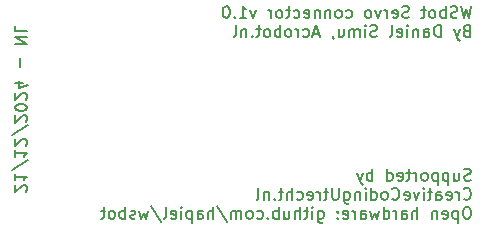
<source format=gbr>
%TF.GenerationSoftware,KiCad,Pcbnew,7.0.7*%
%TF.CreationDate,2024-12-21T21:28:54+01:00*%
%TF.ProjectId,servo_board,73657276-6f5f-4626-9f61-72642e6b6963,1.0*%
%TF.SameCoordinates,Original*%
%TF.FileFunction,Legend,Bot*%
%TF.FilePolarity,Positive*%
%FSLAX46Y46*%
G04 Gerber Fmt 4.6, Leading zero omitted, Abs format (unit mm)*
G04 Created by KiCad (PCBNEW 7.0.7) date 2024-12-21 21:28:54*
%MOMM*%
%LPD*%
G01*
G04 APERTURE LIST*
%ADD10C,0.150000*%
G04 APERTURE END LIST*
D10*
X115758458Y-52259819D02*
X115520363Y-53259819D01*
X115520363Y-53259819D02*
X115329887Y-52545533D01*
X115329887Y-52545533D02*
X115139411Y-53259819D01*
X115139411Y-53259819D02*
X114901316Y-52259819D01*
X114567982Y-53212200D02*
X114425125Y-53259819D01*
X114425125Y-53259819D02*
X114187030Y-53259819D01*
X114187030Y-53259819D02*
X114091792Y-53212200D01*
X114091792Y-53212200D02*
X114044173Y-53164580D01*
X114044173Y-53164580D02*
X113996554Y-53069342D01*
X113996554Y-53069342D02*
X113996554Y-52974104D01*
X113996554Y-52974104D02*
X114044173Y-52878866D01*
X114044173Y-52878866D02*
X114091792Y-52831247D01*
X114091792Y-52831247D02*
X114187030Y-52783628D01*
X114187030Y-52783628D02*
X114377506Y-52736009D01*
X114377506Y-52736009D02*
X114472744Y-52688390D01*
X114472744Y-52688390D02*
X114520363Y-52640771D01*
X114520363Y-52640771D02*
X114567982Y-52545533D01*
X114567982Y-52545533D02*
X114567982Y-52450295D01*
X114567982Y-52450295D02*
X114520363Y-52355057D01*
X114520363Y-52355057D02*
X114472744Y-52307438D01*
X114472744Y-52307438D02*
X114377506Y-52259819D01*
X114377506Y-52259819D02*
X114139411Y-52259819D01*
X114139411Y-52259819D02*
X113996554Y-52307438D01*
X113567982Y-53259819D02*
X113567982Y-52259819D01*
X113567982Y-52640771D02*
X113472744Y-52593152D01*
X113472744Y-52593152D02*
X113282268Y-52593152D01*
X113282268Y-52593152D02*
X113187030Y-52640771D01*
X113187030Y-52640771D02*
X113139411Y-52688390D01*
X113139411Y-52688390D02*
X113091792Y-52783628D01*
X113091792Y-52783628D02*
X113091792Y-53069342D01*
X113091792Y-53069342D02*
X113139411Y-53164580D01*
X113139411Y-53164580D02*
X113187030Y-53212200D01*
X113187030Y-53212200D02*
X113282268Y-53259819D01*
X113282268Y-53259819D02*
X113472744Y-53259819D01*
X113472744Y-53259819D02*
X113567982Y-53212200D01*
X112520363Y-53259819D02*
X112615601Y-53212200D01*
X112615601Y-53212200D02*
X112663220Y-53164580D01*
X112663220Y-53164580D02*
X112710839Y-53069342D01*
X112710839Y-53069342D02*
X112710839Y-52783628D01*
X112710839Y-52783628D02*
X112663220Y-52688390D01*
X112663220Y-52688390D02*
X112615601Y-52640771D01*
X112615601Y-52640771D02*
X112520363Y-52593152D01*
X112520363Y-52593152D02*
X112377506Y-52593152D01*
X112377506Y-52593152D02*
X112282268Y-52640771D01*
X112282268Y-52640771D02*
X112234649Y-52688390D01*
X112234649Y-52688390D02*
X112187030Y-52783628D01*
X112187030Y-52783628D02*
X112187030Y-53069342D01*
X112187030Y-53069342D02*
X112234649Y-53164580D01*
X112234649Y-53164580D02*
X112282268Y-53212200D01*
X112282268Y-53212200D02*
X112377506Y-53259819D01*
X112377506Y-53259819D02*
X112520363Y-53259819D01*
X111901315Y-52593152D02*
X111520363Y-52593152D01*
X111758458Y-52259819D02*
X111758458Y-53116961D01*
X111758458Y-53116961D02*
X111710839Y-53212200D01*
X111710839Y-53212200D02*
X111615601Y-53259819D01*
X111615601Y-53259819D02*
X111520363Y-53259819D01*
X110472743Y-53212200D02*
X110329886Y-53259819D01*
X110329886Y-53259819D02*
X110091791Y-53259819D01*
X110091791Y-53259819D02*
X109996553Y-53212200D01*
X109996553Y-53212200D02*
X109948934Y-53164580D01*
X109948934Y-53164580D02*
X109901315Y-53069342D01*
X109901315Y-53069342D02*
X109901315Y-52974104D01*
X109901315Y-52974104D02*
X109948934Y-52878866D01*
X109948934Y-52878866D02*
X109996553Y-52831247D01*
X109996553Y-52831247D02*
X110091791Y-52783628D01*
X110091791Y-52783628D02*
X110282267Y-52736009D01*
X110282267Y-52736009D02*
X110377505Y-52688390D01*
X110377505Y-52688390D02*
X110425124Y-52640771D01*
X110425124Y-52640771D02*
X110472743Y-52545533D01*
X110472743Y-52545533D02*
X110472743Y-52450295D01*
X110472743Y-52450295D02*
X110425124Y-52355057D01*
X110425124Y-52355057D02*
X110377505Y-52307438D01*
X110377505Y-52307438D02*
X110282267Y-52259819D01*
X110282267Y-52259819D02*
X110044172Y-52259819D01*
X110044172Y-52259819D02*
X109901315Y-52307438D01*
X109091791Y-53212200D02*
X109187029Y-53259819D01*
X109187029Y-53259819D02*
X109377505Y-53259819D01*
X109377505Y-53259819D02*
X109472743Y-53212200D01*
X109472743Y-53212200D02*
X109520362Y-53116961D01*
X109520362Y-53116961D02*
X109520362Y-52736009D01*
X109520362Y-52736009D02*
X109472743Y-52640771D01*
X109472743Y-52640771D02*
X109377505Y-52593152D01*
X109377505Y-52593152D02*
X109187029Y-52593152D01*
X109187029Y-52593152D02*
X109091791Y-52640771D01*
X109091791Y-52640771D02*
X109044172Y-52736009D01*
X109044172Y-52736009D02*
X109044172Y-52831247D01*
X109044172Y-52831247D02*
X109520362Y-52926485D01*
X108615600Y-53259819D02*
X108615600Y-52593152D01*
X108615600Y-52783628D02*
X108567981Y-52688390D01*
X108567981Y-52688390D02*
X108520362Y-52640771D01*
X108520362Y-52640771D02*
X108425124Y-52593152D01*
X108425124Y-52593152D02*
X108329886Y-52593152D01*
X108091790Y-52593152D02*
X107853695Y-53259819D01*
X107853695Y-53259819D02*
X107615600Y-52593152D01*
X107091790Y-53259819D02*
X107187028Y-53212200D01*
X107187028Y-53212200D02*
X107234647Y-53164580D01*
X107234647Y-53164580D02*
X107282266Y-53069342D01*
X107282266Y-53069342D02*
X107282266Y-52783628D01*
X107282266Y-52783628D02*
X107234647Y-52688390D01*
X107234647Y-52688390D02*
X107187028Y-52640771D01*
X107187028Y-52640771D02*
X107091790Y-52593152D01*
X107091790Y-52593152D02*
X106948933Y-52593152D01*
X106948933Y-52593152D02*
X106853695Y-52640771D01*
X106853695Y-52640771D02*
X106806076Y-52688390D01*
X106806076Y-52688390D02*
X106758457Y-52783628D01*
X106758457Y-52783628D02*
X106758457Y-53069342D01*
X106758457Y-53069342D02*
X106806076Y-53164580D01*
X106806076Y-53164580D02*
X106853695Y-53212200D01*
X106853695Y-53212200D02*
X106948933Y-53259819D01*
X106948933Y-53259819D02*
X107091790Y-53259819D01*
X105139409Y-53212200D02*
X105234647Y-53259819D01*
X105234647Y-53259819D02*
X105425123Y-53259819D01*
X105425123Y-53259819D02*
X105520361Y-53212200D01*
X105520361Y-53212200D02*
X105567980Y-53164580D01*
X105567980Y-53164580D02*
X105615599Y-53069342D01*
X105615599Y-53069342D02*
X105615599Y-52783628D01*
X105615599Y-52783628D02*
X105567980Y-52688390D01*
X105567980Y-52688390D02*
X105520361Y-52640771D01*
X105520361Y-52640771D02*
X105425123Y-52593152D01*
X105425123Y-52593152D02*
X105234647Y-52593152D01*
X105234647Y-52593152D02*
X105139409Y-52640771D01*
X104567980Y-53259819D02*
X104663218Y-53212200D01*
X104663218Y-53212200D02*
X104710837Y-53164580D01*
X104710837Y-53164580D02*
X104758456Y-53069342D01*
X104758456Y-53069342D02*
X104758456Y-52783628D01*
X104758456Y-52783628D02*
X104710837Y-52688390D01*
X104710837Y-52688390D02*
X104663218Y-52640771D01*
X104663218Y-52640771D02*
X104567980Y-52593152D01*
X104567980Y-52593152D02*
X104425123Y-52593152D01*
X104425123Y-52593152D02*
X104329885Y-52640771D01*
X104329885Y-52640771D02*
X104282266Y-52688390D01*
X104282266Y-52688390D02*
X104234647Y-52783628D01*
X104234647Y-52783628D02*
X104234647Y-53069342D01*
X104234647Y-53069342D02*
X104282266Y-53164580D01*
X104282266Y-53164580D02*
X104329885Y-53212200D01*
X104329885Y-53212200D02*
X104425123Y-53259819D01*
X104425123Y-53259819D02*
X104567980Y-53259819D01*
X103806075Y-52593152D02*
X103806075Y-53259819D01*
X103806075Y-52688390D02*
X103758456Y-52640771D01*
X103758456Y-52640771D02*
X103663218Y-52593152D01*
X103663218Y-52593152D02*
X103520361Y-52593152D01*
X103520361Y-52593152D02*
X103425123Y-52640771D01*
X103425123Y-52640771D02*
X103377504Y-52736009D01*
X103377504Y-52736009D02*
X103377504Y-53259819D01*
X102901313Y-52593152D02*
X102901313Y-53259819D01*
X102901313Y-52688390D02*
X102853694Y-52640771D01*
X102853694Y-52640771D02*
X102758456Y-52593152D01*
X102758456Y-52593152D02*
X102615599Y-52593152D01*
X102615599Y-52593152D02*
X102520361Y-52640771D01*
X102520361Y-52640771D02*
X102472742Y-52736009D01*
X102472742Y-52736009D02*
X102472742Y-53259819D01*
X101615599Y-53212200D02*
X101710837Y-53259819D01*
X101710837Y-53259819D02*
X101901313Y-53259819D01*
X101901313Y-53259819D02*
X101996551Y-53212200D01*
X101996551Y-53212200D02*
X102044170Y-53116961D01*
X102044170Y-53116961D02*
X102044170Y-52736009D01*
X102044170Y-52736009D02*
X101996551Y-52640771D01*
X101996551Y-52640771D02*
X101901313Y-52593152D01*
X101901313Y-52593152D02*
X101710837Y-52593152D01*
X101710837Y-52593152D02*
X101615599Y-52640771D01*
X101615599Y-52640771D02*
X101567980Y-52736009D01*
X101567980Y-52736009D02*
X101567980Y-52831247D01*
X101567980Y-52831247D02*
X102044170Y-52926485D01*
X100710837Y-53212200D02*
X100806075Y-53259819D01*
X100806075Y-53259819D02*
X100996551Y-53259819D01*
X100996551Y-53259819D02*
X101091789Y-53212200D01*
X101091789Y-53212200D02*
X101139408Y-53164580D01*
X101139408Y-53164580D02*
X101187027Y-53069342D01*
X101187027Y-53069342D02*
X101187027Y-52783628D01*
X101187027Y-52783628D02*
X101139408Y-52688390D01*
X101139408Y-52688390D02*
X101091789Y-52640771D01*
X101091789Y-52640771D02*
X100996551Y-52593152D01*
X100996551Y-52593152D02*
X100806075Y-52593152D01*
X100806075Y-52593152D02*
X100710837Y-52640771D01*
X100425122Y-52593152D02*
X100044170Y-52593152D01*
X100282265Y-52259819D02*
X100282265Y-53116961D01*
X100282265Y-53116961D02*
X100234646Y-53212200D01*
X100234646Y-53212200D02*
X100139408Y-53259819D01*
X100139408Y-53259819D02*
X100044170Y-53259819D01*
X99567979Y-53259819D02*
X99663217Y-53212200D01*
X99663217Y-53212200D02*
X99710836Y-53164580D01*
X99710836Y-53164580D02*
X99758455Y-53069342D01*
X99758455Y-53069342D02*
X99758455Y-52783628D01*
X99758455Y-52783628D02*
X99710836Y-52688390D01*
X99710836Y-52688390D02*
X99663217Y-52640771D01*
X99663217Y-52640771D02*
X99567979Y-52593152D01*
X99567979Y-52593152D02*
X99425122Y-52593152D01*
X99425122Y-52593152D02*
X99329884Y-52640771D01*
X99329884Y-52640771D02*
X99282265Y-52688390D01*
X99282265Y-52688390D02*
X99234646Y-52783628D01*
X99234646Y-52783628D02*
X99234646Y-53069342D01*
X99234646Y-53069342D02*
X99282265Y-53164580D01*
X99282265Y-53164580D02*
X99329884Y-53212200D01*
X99329884Y-53212200D02*
X99425122Y-53259819D01*
X99425122Y-53259819D02*
X99567979Y-53259819D01*
X98806074Y-53259819D02*
X98806074Y-52593152D01*
X98806074Y-52783628D02*
X98758455Y-52688390D01*
X98758455Y-52688390D02*
X98710836Y-52640771D01*
X98710836Y-52640771D02*
X98615598Y-52593152D01*
X98615598Y-52593152D02*
X98520360Y-52593152D01*
X97520359Y-52593152D02*
X97282264Y-53259819D01*
X97282264Y-53259819D02*
X97044169Y-52593152D01*
X96139407Y-53259819D02*
X96710835Y-53259819D01*
X96425121Y-53259819D02*
X96425121Y-52259819D01*
X96425121Y-52259819D02*
X96520359Y-52402676D01*
X96520359Y-52402676D02*
X96615597Y-52497914D01*
X96615597Y-52497914D02*
X96710835Y-52545533D01*
X95710835Y-53164580D02*
X95663216Y-53212200D01*
X95663216Y-53212200D02*
X95710835Y-53259819D01*
X95710835Y-53259819D02*
X95758454Y-53212200D01*
X95758454Y-53212200D02*
X95710835Y-53164580D01*
X95710835Y-53164580D02*
X95710835Y-53259819D01*
X95044169Y-52259819D02*
X94948931Y-52259819D01*
X94948931Y-52259819D02*
X94853693Y-52307438D01*
X94853693Y-52307438D02*
X94806074Y-52355057D01*
X94806074Y-52355057D02*
X94758455Y-52450295D01*
X94758455Y-52450295D02*
X94710836Y-52640771D01*
X94710836Y-52640771D02*
X94710836Y-52878866D01*
X94710836Y-52878866D02*
X94758455Y-53069342D01*
X94758455Y-53069342D02*
X94806074Y-53164580D01*
X94806074Y-53164580D02*
X94853693Y-53212200D01*
X94853693Y-53212200D02*
X94948931Y-53259819D01*
X94948931Y-53259819D02*
X95044169Y-53259819D01*
X95044169Y-53259819D02*
X95139407Y-53212200D01*
X95139407Y-53212200D02*
X95187026Y-53164580D01*
X95187026Y-53164580D02*
X95234645Y-53069342D01*
X95234645Y-53069342D02*
X95282264Y-52878866D01*
X95282264Y-52878866D02*
X95282264Y-52640771D01*
X95282264Y-52640771D02*
X95234645Y-52450295D01*
X95234645Y-52450295D02*
X95187026Y-52355057D01*
X95187026Y-52355057D02*
X95139407Y-52307438D01*
X95139407Y-52307438D02*
X95044169Y-52259819D01*
X115329887Y-54346009D02*
X115187030Y-54393628D01*
X115187030Y-54393628D02*
X115139411Y-54441247D01*
X115139411Y-54441247D02*
X115091792Y-54536485D01*
X115091792Y-54536485D02*
X115091792Y-54679342D01*
X115091792Y-54679342D02*
X115139411Y-54774580D01*
X115139411Y-54774580D02*
X115187030Y-54822200D01*
X115187030Y-54822200D02*
X115282268Y-54869819D01*
X115282268Y-54869819D02*
X115663220Y-54869819D01*
X115663220Y-54869819D02*
X115663220Y-53869819D01*
X115663220Y-53869819D02*
X115329887Y-53869819D01*
X115329887Y-53869819D02*
X115234649Y-53917438D01*
X115234649Y-53917438D02*
X115187030Y-53965057D01*
X115187030Y-53965057D02*
X115139411Y-54060295D01*
X115139411Y-54060295D02*
X115139411Y-54155533D01*
X115139411Y-54155533D02*
X115187030Y-54250771D01*
X115187030Y-54250771D02*
X115234649Y-54298390D01*
X115234649Y-54298390D02*
X115329887Y-54346009D01*
X115329887Y-54346009D02*
X115663220Y-54346009D01*
X114758458Y-54203152D02*
X114520363Y-54869819D01*
X114282268Y-54203152D02*
X114520363Y-54869819D01*
X114520363Y-54869819D02*
X114615601Y-55107914D01*
X114615601Y-55107914D02*
X114663220Y-55155533D01*
X114663220Y-55155533D02*
X114758458Y-55203152D01*
X113139410Y-54869819D02*
X113139410Y-53869819D01*
X113139410Y-53869819D02*
X112901315Y-53869819D01*
X112901315Y-53869819D02*
X112758458Y-53917438D01*
X112758458Y-53917438D02*
X112663220Y-54012676D01*
X112663220Y-54012676D02*
X112615601Y-54107914D01*
X112615601Y-54107914D02*
X112567982Y-54298390D01*
X112567982Y-54298390D02*
X112567982Y-54441247D01*
X112567982Y-54441247D02*
X112615601Y-54631723D01*
X112615601Y-54631723D02*
X112663220Y-54726961D01*
X112663220Y-54726961D02*
X112758458Y-54822200D01*
X112758458Y-54822200D02*
X112901315Y-54869819D01*
X112901315Y-54869819D02*
X113139410Y-54869819D01*
X111710839Y-54869819D02*
X111710839Y-54346009D01*
X111710839Y-54346009D02*
X111758458Y-54250771D01*
X111758458Y-54250771D02*
X111853696Y-54203152D01*
X111853696Y-54203152D02*
X112044172Y-54203152D01*
X112044172Y-54203152D02*
X112139410Y-54250771D01*
X111710839Y-54822200D02*
X111806077Y-54869819D01*
X111806077Y-54869819D02*
X112044172Y-54869819D01*
X112044172Y-54869819D02*
X112139410Y-54822200D01*
X112139410Y-54822200D02*
X112187029Y-54726961D01*
X112187029Y-54726961D02*
X112187029Y-54631723D01*
X112187029Y-54631723D02*
X112139410Y-54536485D01*
X112139410Y-54536485D02*
X112044172Y-54488866D01*
X112044172Y-54488866D02*
X111806077Y-54488866D01*
X111806077Y-54488866D02*
X111710839Y-54441247D01*
X111234648Y-54203152D02*
X111234648Y-54869819D01*
X111234648Y-54298390D02*
X111187029Y-54250771D01*
X111187029Y-54250771D02*
X111091791Y-54203152D01*
X111091791Y-54203152D02*
X110948934Y-54203152D01*
X110948934Y-54203152D02*
X110853696Y-54250771D01*
X110853696Y-54250771D02*
X110806077Y-54346009D01*
X110806077Y-54346009D02*
X110806077Y-54869819D01*
X110329886Y-54869819D02*
X110329886Y-54203152D01*
X110329886Y-53869819D02*
X110377505Y-53917438D01*
X110377505Y-53917438D02*
X110329886Y-53965057D01*
X110329886Y-53965057D02*
X110282267Y-53917438D01*
X110282267Y-53917438D02*
X110329886Y-53869819D01*
X110329886Y-53869819D02*
X110329886Y-53965057D01*
X109472744Y-54822200D02*
X109567982Y-54869819D01*
X109567982Y-54869819D02*
X109758458Y-54869819D01*
X109758458Y-54869819D02*
X109853696Y-54822200D01*
X109853696Y-54822200D02*
X109901315Y-54726961D01*
X109901315Y-54726961D02*
X109901315Y-54346009D01*
X109901315Y-54346009D02*
X109853696Y-54250771D01*
X109853696Y-54250771D02*
X109758458Y-54203152D01*
X109758458Y-54203152D02*
X109567982Y-54203152D01*
X109567982Y-54203152D02*
X109472744Y-54250771D01*
X109472744Y-54250771D02*
X109425125Y-54346009D01*
X109425125Y-54346009D02*
X109425125Y-54441247D01*
X109425125Y-54441247D02*
X109901315Y-54536485D01*
X108853696Y-54869819D02*
X108948934Y-54822200D01*
X108948934Y-54822200D02*
X108996553Y-54726961D01*
X108996553Y-54726961D02*
X108996553Y-53869819D01*
X107758457Y-54822200D02*
X107615600Y-54869819D01*
X107615600Y-54869819D02*
X107377505Y-54869819D01*
X107377505Y-54869819D02*
X107282267Y-54822200D01*
X107282267Y-54822200D02*
X107234648Y-54774580D01*
X107234648Y-54774580D02*
X107187029Y-54679342D01*
X107187029Y-54679342D02*
X107187029Y-54584104D01*
X107187029Y-54584104D02*
X107234648Y-54488866D01*
X107234648Y-54488866D02*
X107282267Y-54441247D01*
X107282267Y-54441247D02*
X107377505Y-54393628D01*
X107377505Y-54393628D02*
X107567981Y-54346009D01*
X107567981Y-54346009D02*
X107663219Y-54298390D01*
X107663219Y-54298390D02*
X107710838Y-54250771D01*
X107710838Y-54250771D02*
X107758457Y-54155533D01*
X107758457Y-54155533D02*
X107758457Y-54060295D01*
X107758457Y-54060295D02*
X107710838Y-53965057D01*
X107710838Y-53965057D02*
X107663219Y-53917438D01*
X107663219Y-53917438D02*
X107567981Y-53869819D01*
X107567981Y-53869819D02*
X107329886Y-53869819D01*
X107329886Y-53869819D02*
X107187029Y-53917438D01*
X106758457Y-54869819D02*
X106758457Y-54203152D01*
X106758457Y-53869819D02*
X106806076Y-53917438D01*
X106806076Y-53917438D02*
X106758457Y-53965057D01*
X106758457Y-53965057D02*
X106710838Y-53917438D01*
X106710838Y-53917438D02*
X106758457Y-53869819D01*
X106758457Y-53869819D02*
X106758457Y-53965057D01*
X106282267Y-54869819D02*
X106282267Y-54203152D01*
X106282267Y-54298390D02*
X106234648Y-54250771D01*
X106234648Y-54250771D02*
X106139410Y-54203152D01*
X106139410Y-54203152D02*
X105996553Y-54203152D01*
X105996553Y-54203152D02*
X105901315Y-54250771D01*
X105901315Y-54250771D02*
X105853696Y-54346009D01*
X105853696Y-54346009D02*
X105853696Y-54869819D01*
X105853696Y-54346009D02*
X105806077Y-54250771D01*
X105806077Y-54250771D02*
X105710839Y-54203152D01*
X105710839Y-54203152D02*
X105567982Y-54203152D01*
X105567982Y-54203152D02*
X105472743Y-54250771D01*
X105472743Y-54250771D02*
X105425124Y-54346009D01*
X105425124Y-54346009D02*
X105425124Y-54869819D01*
X104520363Y-54203152D02*
X104520363Y-54869819D01*
X104948934Y-54203152D02*
X104948934Y-54726961D01*
X104948934Y-54726961D02*
X104901315Y-54822200D01*
X104901315Y-54822200D02*
X104806077Y-54869819D01*
X104806077Y-54869819D02*
X104663220Y-54869819D01*
X104663220Y-54869819D02*
X104567982Y-54822200D01*
X104567982Y-54822200D02*
X104520363Y-54774580D01*
X103996553Y-54822200D02*
X103996553Y-54869819D01*
X103996553Y-54869819D02*
X104044172Y-54965057D01*
X104044172Y-54965057D02*
X104091791Y-55012676D01*
X102853696Y-54584104D02*
X102377506Y-54584104D01*
X102948934Y-54869819D02*
X102615601Y-53869819D01*
X102615601Y-53869819D02*
X102282268Y-54869819D01*
X101520363Y-54822200D02*
X101615601Y-54869819D01*
X101615601Y-54869819D02*
X101806077Y-54869819D01*
X101806077Y-54869819D02*
X101901315Y-54822200D01*
X101901315Y-54822200D02*
X101948934Y-54774580D01*
X101948934Y-54774580D02*
X101996553Y-54679342D01*
X101996553Y-54679342D02*
X101996553Y-54393628D01*
X101996553Y-54393628D02*
X101948934Y-54298390D01*
X101948934Y-54298390D02*
X101901315Y-54250771D01*
X101901315Y-54250771D02*
X101806077Y-54203152D01*
X101806077Y-54203152D02*
X101615601Y-54203152D01*
X101615601Y-54203152D02*
X101520363Y-54250771D01*
X101091791Y-54869819D02*
X101091791Y-54203152D01*
X101091791Y-54393628D02*
X101044172Y-54298390D01*
X101044172Y-54298390D02*
X100996553Y-54250771D01*
X100996553Y-54250771D02*
X100901315Y-54203152D01*
X100901315Y-54203152D02*
X100806077Y-54203152D01*
X100329886Y-54869819D02*
X100425124Y-54822200D01*
X100425124Y-54822200D02*
X100472743Y-54774580D01*
X100472743Y-54774580D02*
X100520362Y-54679342D01*
X100520362Y-54679342D02*
X100520362Y-54393628D01*
X100520362Y-54393628D02*
X100472743Y-54298390D01*
X100472743Y-54298390D02*
X100425124Y-54250771D01*
X100425124Y-54250771D02*
X100329886Y-54203152D01*
X100329886Y-54203152D02*
X100187029Y-54203152D01*
X100187029Y-54203152D02*
X100091791Y-54250771D01*
X100091791Y-54250771D02*
X100044172Y-54298390D01*
X100044172Y-54298390D02*
X99996553Y-54393628D01*
X99996553Y-54393628D02*
X99996553Y-54679342D01*
X99996553Y-54679342D02*
X100044172Y-54774580D01*
X100044172Y-54774580D02*
X100091791Y-54822200D01*
X100091791Y-54822200D02*
X100187029Y-54869819D01*
X100187029Y-54869819D02*
X100329886Y-54869819D01*
X99567981Y-54869819D02*
X99567981Y-53869819D01*
X99567981Y-54250771D02*
X99472743Y-54203152D01*
X99472743Y-54203152D02*
X99282267Y-54203152D01*
X99282267Y-54203152D02*
X99187029Y-54250771D01*
X99187029Y-54250771D02*
X99139410Y-54298390D01*
X99139410Y-54298390D02*
X99091791Y-54393628D01*
X99091791Y-54393628D02*
X99091791Y-54679342D01*
X99091791Y-54679342D02*
X99139410Y-54774580D01*
X99139410Y-54774580D02*
X99187029Y-54822200D01*
X99187029Y-54822200D02*
X99282267Y-54869819D01*
X99282267Y-54869819D02*
X99472743Y-54869819D01*
X99472743Y-54869819D02*
X99567981Y-54822200D01*
X98520362Y-54869819D02*
X98615600Y-54822200D01*
X98615600Y-54822200D02*
X98663219Y-54774580D01*
X98663219Y-54774580D02*
X98710838Y-54679342D01*
X98710838Y-54679342D02*
X98710838Y-54393628D01*
X98710838Y-54393628D02*
X98663219Y-54298390D01*
X98663219Y-54298390D02*
X98615600Y-54250771D01*
X98615600Y-54250771D02*
X98520362Y-54203152D01*
X98520362Y-54203152D02*
X98377505Y-54203152D01*
X98377505Y-54203152D02*
X98282267Y-54250771D01*
X98282267Y-54250771D02*
X98234648Y-54298390D01*
X98234648Y-54298390D02*
X98187029Y-54393628D01*
X98187029Y-54393628D02*
X98187029Y-54679342D01*
X98187029Y-54679342D02*
X98234648Y-54774580D01*
X98234648Y-54774580D02*
X98282267Y-54822200D01*
X98282267Y-54822200D02*
X98377505Y-54869819D01*
X98377505Y-54869819D02*
X98520362Y-54869819D01*
X97901314Y-54203152D02*
X97520362Y-54203152D01*
X97758457Y-53869819D02*
X97758457Y-54726961D01*
X97758457Y-54726961D02*
X97710838Y-54822200D01*
X97710838Y-54822200D02*
X97615600Y-54869819D01*
X97615600Y-54869819D02*
X97520362Y-54869819D01*
X97187028Y-54774580D02*
X97139409Y-54822200D01*
X97139409Y-54822200D02*
X97187028Y-54869819D01*
X97187028Y-54869819D02*
X97234647Y-54822200D01*
X97234647Y-54822200D02*
X97187028Y-54774580D01*
X97187028Y-54774580D02*
X97187028Y-54869819D01*
X96710838Y-54203152D02*
X96710838Y-54869819D01*
X96710838Y-54298390D02*
X96663219Y-54250771D01*
X96663219Y-54250771D02*
X96567981Y-54203152D01*
X96567981Y-54203152D02*
X96425124Y-54203152D01*
X96425124Y-54203152D02*
X96329886Y-54250771D01*
X96329886Y-54250771D02*
X96282267Y-54346009D01*
X96282267Y-54346009D02*
X96282267Y-54869819D01*
X95663219Y-54869819D02*
X95758457Y-54822200D01*
X95758457Y-54822200D02*
X95806076Y-54726961D01*
X95806076Y-54726961D02*
X95806076Y-53869819D01*
X78034942Y-67976190D02*
X78082561Y-67928571D01*
X78082561Y-67928571D02*
X78130180Y-67833333D01*
X78130180Y-67833333D02*
X78130180Y-67595238D01*
X78130180Y-67595238D02*
X78082561Y-67500000D01*
X78082561Y-67500000D02*
X78034942Y-67452381D01*
X78034942Y-67452381D02*
X77939704Y-67404762D01*
X77939704Y-67404762D02*
X77844466Y-67404762D01*
X77844466Y-67404762D02*
X77701609Y-67452381D01*
X77701609Y-67452381D02*
X77130180Y-68023809D01*
X77130180Y-68023809D02*
X77130180Y-67404762D01*
X77130180Y-66452381D02*
X77130180Y-67023809D01*
X77130180Y-66738095D02*
X78130180Y-66738095D01*
X78130180Y-66738095D02*
X77987323Y-66833333D01*
X77987323Y-66833333D02*
X77892085Y-66928571D01*
X77892085Y-66928571D02*
X77844466Y-67023809D01*
X78177800Y-65309524D02*
X76892085Y-66166666D01*
X77130180Y-64452381D02*
X77130180Y-65023809D01*
X77130180Y-64738095D02*
X78130180Y-64738095D01*
X78130180Y-64738095D02*
X77987323Y-64833333D01*
X77987323Y-64833333D02*
X77892085Y-64928571D01*
X77892085Y-64928571D02*
X77844466Y-65023809D01*
X78034942Y-64071428D02*
X78082561Y-64023809D01*
X78082561Y-64023809D02*
X78130180Y-63928571D01*
X78130180Y-63928571D02*
X78130180Y-63690476D01*
X78130180Y-63690476D02*
X78082561Y-63595238D01*
X78082561Y-63595238D02*
X78034942Y-63547619D01*
X78034942Y-63547619D02*
X77939704Y-63500000D01*
X77939704Y-63500000D02*
X77844466Y-63500000D01*
X77844466Y-63500000D02*
X77701609Y-63547619D01*
X77701609Y-63547619D02*
X77130180Y-64119047D01*
X77130180Y-64119047D02*
X77130180Y-63500000D01*
X78177800Y-62357143D02*
X76892085Y-63214285D01*
X78034942Y-62071428D02*
X78082561Y-62023809D01*
X78082561Y-62023809D02*
X78130180Y-61928571D01*
X78130180Y-61928571D02*
X78130180Y-61690476D01*
X78130180Y-61690476D02*
X78082561Y-61595238D01*
X78082561Y-61595238D02*
X78034942Y-61547619D01*
X78034942Y-61547619D02*
X77939704Y-61500000D01*
X77939704Y-61500000D02*
X77844466Y-61500000D01*
X77844466Y-61500000D02*
X77701609Y-61547619D01*
X77701609Y-61547619D02*
X77130180Y-62119047D01*
X77130180Y-62119047D02*
X77130180Y-61500000D01*
X78130180Y-60880952D02*
X78130180Y-60785714D01*
X78130180Y-60785714D02*
X78082561Y-60690476D01*
X78082561Y-60690476D02*
X78034942Y-60642857D01*
X78034942Y-60642857D02*
X77939704Y-60595238D01*
X77939704Y-60595238D02*
X77749228Y-60547619D01*
X77749228Y-60547619D02*
X77511133Y-60547619D01*
X77511133Y-60547619D02*
X77320657Y-60595238D01*
X77320657Y-60595238D02*
X77225419Y-60642857D01*
X77225419Y-60642857D02*
X77177800Y-60690476D01*
X77177800Y-60690476D02*
X77130180Y-60785714D01*
X77130180Y-60785714D02*
X77130180Y-60880952D01*
X77130180Y-60880952D02*
X77177800Y-60976190D01*
X77177800Y-60976190D02*
X77225419Y-61023809D01*
X77225419Y-61023809D02*
X77320657Y-61071428D01*
X77320657Y-61071428D02*
X77511133Y-61119047D01*
X77511133Y-61119047D02*
X77749228Y-61119047D01*
X77749228Y-61119047D02*
X77939704Y-61071428D01*
X77939704Y-61071428D02*
X78034942Y-61023809D01*
X78034942Y-61023809D02*
X78082561Y-60976190D01*
X78082561Y-60976190D02*
X78130180Y-60880952D01*
X78034942Y-60166666D02*
X78082561Y-60119047D01*
X78082561Y-60119047D02*
X78130180Y-60023809D01*
X78130180Y-60023809D02*
X78130180Y-59785714D01*
X78130180Y-59785714D02*
X78082561Y-59690476D01*
X78082561Y-59690476D02*
X78034942Y-59642857D01*
X78034942Y-59642857D02*
X77939704Y-59595238D01*
X77939704Y-59595238D02*
X77844466Y-59595238D01*
X77844466Y-59595238D02*
X77701609Y-59642857D01*
X77701609Y-59642857D02*
X77130180Y-60214285D01*
X77130180Y-60214285D02*
X77130180Y-59595238D01*
X77796847Y-58738095D02*
X77130180Y-58738095D01*
X78177800Y-58976190D02*
X77463514Y-59214285D01*
X77463514Y-59214285D02*
X77463514Y-58595238D01*
X77511133Y-57452380D02*
X77511133Y-56690476D01*
X77130180Y-55452380D02*
X78130180Y-55452380D01*
X78130180Y-55452380D02*
X77130180Y-54880952D01*
X77130180Y-54880952D02*
X78130180Y-54880952D01*
X77130180Y-53928571D02*
X77130180Y-54404761D01*
X77130180Y-54404761D02*
X78130180Y-54404761D01*
X115710839Y-66992200D02*
X115567982Y-67039819D01*
X115567982Y-67039819D02*
X115329887Y-67039819D01*
X115329887Y-67039819D02*
X115234649Y-66992200D01*
X115234649Y-66992200D02*
X115187030Y-66944580D01*
X115187030Y-66944580D02*
X115139411Y-66849342D01*
X115139411Y-66849342D02*
X115139411Y-66754104D01*
X115139411Y-66754104D02*
X115187030Y-66658866D01*
X115187030Y-66658866D02*
X115234649Y-66611247D01*
X115234649Y-66611247D02*
X115329887Y-66563628D01*
X115329887Y-66563628D02*
X115520363Y-66516009D01*
X115520363Y-66516009D02*
X115615601Y-66468390D01*
X115615601Y-66468390D02*
X115663220Y-66420771D01*
X115663220Y-66420771D02*
X115710839Y-66325533D01*
X115710839Y-66325533D02*
X115710839Y-66230295D01*
X115710839Y-66230295D02*
X115663220Y-66135057D01*
X115663220Y-66135057D02*
X115615601Y-66087438D01*
X115615601Y-66087438D02*
X115520363Y-66039819D01*
X115520363Y-66039819D02*
X115282268Y-66039819D01*
X115282268Y-66039819D02*
X115139411Y-66087438D01*
X114282268Y-66373152D02*
X114282268Y-67039819D01*
X114710839Y-66373152D02*
X114710839Y-66896961D01*
X114710839Y-66896961D02*
X114663220Y-66992200D01*
X114663220Y-66992200D02*
X114567982Y-67039819D01*
X114567982Y-67039819D02*
X114425125Y-67039819D01*
X114425125Y-67039819D02*
X114329887Y-66992200D01*
X114329887Y-66992200D02*
X114282268Y-66944580D01*
X113806077Y-66373152D02*
X113806077Y-67373152D01*
X113806077Y-66420771D02*
X113710839Y-66373152D01*
X113710839Y-66373152D02*
X113520363Y-66373152D01*
X113520363Y-66373152D02*
X113425125Y-66420771D01*
X113425125Y-66420771D02*
X113377506Y-66468390D01*
X113377506Y-66468390D02*
X113329887Y-66563628D01*
X113329887Y-66563628D02*
X113329887Y-66849342D01*
X113329887Y-66849342D02*
X113377506Y-66944580D01*
X113377506Y-66944580D02*
X113425125Y-66992200D01*
X113425125Y-66992200D02*
X113520363Y-67039819D01*
X113520363Y-67039819D02*
X113710839Y-67039819D01*
X113710839Y-67039819D02*
X113806077Y-66992200D01*
X112901315Y-66373152D02*
X112901315Y-67373152D01*
X112901315Y-66420771D02*
X112806077Y-66373152D01*
X112806077Y-66373152D02*
X112615601Y-66373152D01*
X112615601Y-66373152D02*
X112520363Y-66420771D01*
X112520363Y-66420771D02*
X112472744Y-66468390D01*
X112472744Y-66468390D02*
X112425125Y-66563628D01*
X112425125Y-66563628D02*
X112425125Y-66849342D01*
X112425125Y-66849342D02*
X112472744Y-66944580D01*
X112472744Y-66944580D02*
X112520363Y-66992200D01*
X112520363Y-66992200D02*
X112615601Y-67039819D01*
X112615601Y-67039819D02*
X112806077Y-67039819D01*
X112806077Y-67039819D02*
X112901315Y-66992200D01*
X111853696Y-67039819D02*
X111948934Y-66992200D01*
X111948934Y-66992200D02*
X111996553Y-66944580D01*
X111996553Y-66944580D02*
X112044172Y-66849342D01*
X112044172Y-66849342D02*
X112044172Y-66563628D01*
X112044172Y-66563628D02*
X111996553Y-66468390D01*
X111996553Y-66468390D02*
X111948934Y-66420771D01*
X111948934Y-66420771D02*
X111853696Y-66373152D01*
X111853696Y-66373152D02*
X111710839Y-66373152D01*
X111710839Y-66373152D02*
X111615601Y-66420771D01*
X111615601Y-66420771D02*
X111567982Y-66468390D01*
X111567982Y-66468390D02*
X111520363Y-66563628D01*
X111520363Y-66563628D02*
X111520363Y-66849342D01*
X111520363Y-66849342D02*
X111567982Y-66944580D01*
X111567982Y-66944580D02*
X111615601Y-66992200D01*
X111615601Y-66992200D02*
X111710839Y-67039819D01*
X111710839Y-67039819D02*
X111853696Y-67039819D01*
X111091791Y-67039819D02*
X111091791Y-66373152D01*
X111091791Y-66563628D02*
X111044172Y-66468390D01*
X111044172Y-66468390D02*
X110996553Y-66420771D01*
X110996553Y-66420771D02*
X110901315Y-66373152D01*
X110901315Y-66373152D02*
X110806077Y-66373152D01*
X110615600Y-66373152D02*
X110234648Y-66373152D01*
X110472743Y-66039819D02*
X110472743Y-66896961D01*
X110472743Y-66896961D02*
X110425124Y-66992200D01*
X110425124Y-66992200D02*
X110329886Y-67039819D01*
X110329886Y-67039819D02*
X110234648Y-67039819D01*
X109520362Y-66992200D02*
X109615600Y-67039819D01*
X109615600Y-67039819D02*
X109806076Y-67039819D01*
X109806076Y-67039819D02*
X109901314Y-66992200D01*
X109901314Y-66992200D02*
X109948933Y-66896961D01*
X109948933Y-66896961D02*
X109948933Y-66516009D01*
X109948933Y-66516009D02*
X109901314Y-66420771D01*
X109901314Y-66420771D02*
X109806076Y-66373152D01*
X109806076Y-66373152D02*
X109615600Y-66373152D01*
X109615600Y-66373152D02*
X109520362Y-66420771D01*
X109520362Y-66420771D02*
X109472743Y-66516009D01*
X109472743Y-66516009D02*
X109472743Y-66611247D01*
X109472743Y-66611247D02*
X109948933Y-66706485D01*
X108615600Y-67039819D02*
X108615600Y-66039819D01*
X108615600Y-66992200D02*
X108710838Y-67039819D01*
X108710838Y-67039819D02*
X108901314Y-67039819D01*
X108901314Y-67039819D02*
X108996552Y-66992200D01*
X108996552Y-66992200D02*
X109044171Y-66944580D01*
X109044171Y-66944580D02*
X109091790Y-66849342D01*
X109091790Y-66849342D02*
X109091790Y-66563628D01*
X109091790Y-66563628D02*
X109044171Y-66468390D01*
X109044171Y-66468390D02*
X108996552Y-66420771D01*
X108996552Y-66420771D02*
X108901314Y-66373152D01*
X108901314Y-66373152D02*
X108710838Y-66373152D01*
X108710838Y-66373152D02*
X108615600Y-66420771D01*
X107377504Y-67039819D02*
X107377504Y-66039819D01*
X107377504Y-66420771D02*
X107282266Y-66373152D01*
X107282266Y-66373152D02*
X107091790Y-66373152D01*
X107091790Y-66373152D02*
X106996552Y-66420771D01*
X106996552Y-66420771D02*
X106948933Y-66468390D01*
X106948933Y-66468390D02*
X106901314Y-66563628D01*
X106901314Y-66563628D02*
X106901314Y-66849342D01*
X106901314Y-66849342D02*
X106948933Y-66944580D01*
X106948933Y-66944580D02*
X106996552Y-66992200D01*
X106996552Y-66992200D02*
X107091790Y-67039819D01*
X107091790Y-67039819D02*
X107282266Y-67039819D01*
X107282266Y-67039819D02*
X107377504Y-66992200D01*
X106567980Y-66373152D02*
X106329885Y-67039819D01*
X106091790Y-66373152D02*
X106329885Y-67039819D01*
X106329885Y-67039819D02*
X106425123Y-67277914D01*
X106425123Y-67277914D02*
X106472742Y-67325533D01*
X106472742Y-67325533D02*
X106567980Y-67373152D01*
X115091792Y-68554580D02*
X115139411Y-68602200D01*
X115139411Y-68602200D02*
X115282268Y-68649819D01*
X115282268Y-68649819D02*
X115377506Y-68649819D01*
X115377506Y-68649819D02*
X115520363Y-68602200D01*
X115520363Y-68602200D02*
X115615601Y-68506961D01*
X115615601Y-68506961D02*
X115663220Y-68411723D01*
X115663220Y-68411723D02*
X115710839Y-68221247D01*
X115710839Y-68221247D02*
X115710839Y-68078390D01*
X115710839Y-68078390D02*
X115663220Y-67887914D01*
X115663220Y-67887914D02*
X115615601Y-67792676D01*
X115615601Y-67792676D02*
X115520363Y-67697438D01*
X115520363Y-67697438D02*
X115377506Y-67649819D01*
X115377506Y-67649819D02*
X115282268Y-67649819D01*
X115282268Y-67649819D02*
X115139411Y-67697438D01*
X115139411Y-67697438D02*
X115091792Y-67745057D01*
X114663220Y-68649819D02*
X114663220Y-67983152D01*
X114663220Y-68173628D02*
X114615601Y-68078390D01*
X114615601Y-68078390D02*
X114567982Y-68030771D01*
X114567982Y-68030771D02*
X114472744Y-67983152D01*
X114472744Y-67983152D02*
X114377506Y-67983152D01*
X113663220Y-68602200D02*
X113758458Y-68649819D01*
X113758458Y-68649819D02*
X113948934Y-68649819D01*
X113948934Y-68649819D02*
X114044172Y-68602200D01*
X114044172Y-68602200D02*
X114091791Y-68506961D01*
X114091791Y-68506961D02*
X114091791Y-68126009D01*
X114091791Y-68126009D02*
X114044172Y-68030771D01*
X114044172Y-68030771D02*
X113948934Y-67983152D01*
X113948934Y-67983152D02*
X113758458Y-67983152D01*
X113758458Y-67983152D02*
X113663220Y-68030771D01*
X113663220Y-68030771D02*
X113615601Y-68126009D01*
X113615601Y-68126009D02*
X113615601Y-68221247D01*
X113615601Y-68221247D02*
X114091791Y-68316485D01*
X112758458Y-68649819D02*
X112758458Y-68126009D01*
X112758458Y-68126009D02*
X112806077Y-68030771D01*
X112806077Y-68030771D02*
X112901315Y-67983152D01*
X112901315Y-67983152D02*
X113091791Y-67983152D01*
X113091791Y-67983152D02*
X113187029Y-68030771D01*
X112758458Y-68602200D02*
X112853696Y-68649819D01*
X112853696Y-68649819D02*
X113091791Y-68649819D01*
X113091791Y-68649819D02*
X113187029Y-68602200D01*
X113187029Y-68602200D02*
X113234648Y-68506961D01*
X113234648Y-68506961D02*
X113234648Y-68411723D01*
X113234648Y-68411723D02*
X113187029Y-68316485D01*
X113187029Y-68316485D02*
X113091791Y-68268866D01*
X113091791Y-68268866D02*
X112853696Y-68268866D01*
X112853696Y-68268866D02*
X112758458Y-68221247D01*
X112425124Y-67983152D02*
X112044172Y-67983152D01*
X112282267Y-67649819D02*
X112282267Y-68506961D01*
X112282267Y-68506961D02*
X112234648Y-68602200D01*
X112234648Y-68602200D02*
X112139410Y-68649819D01*
X112139410Y-68649819D02*
X112044172Y-68649819D01*
X111710838Y-68649819D02*
X111710838Y-67983152D01*
X111710838Y-67649819D02*
X111758457Y-67697438D01*
X111758457Y-67697438D02*
X111710838Y-67745057D01*
X111710838Y-67745057D02*
X111663219Y-67697438D01*
X111663219Y-67697438D02*
X111710838Y-67649819D01*
X111710838Y-67649819D02*
X111710838Y-67745057D01*
X111329886Y-67983152D02*
X111091791Y-68649819D01*
X111091791Y-68649819D02*
X110853696Y-67983152D01*
X110091791Y-68602200D02*
X110187029Y-68649819D01*
X110187029Y-68649819D02*
X110377505Y-68649819D01*
X110377505Y-68649819D02*
X110472743Y-68602200D01*
X110472743Y-68602200D02*
X110520362Y-68506961D01*
X110520362Y-68506961D02*
X110520362Y-68126009D01*
X110520362Y-68126009D02*
X110472743Y-68030771D01*
X110472743Y-68030771D02*
X110377505Y-67983152D01*
X110377505Y-67983152D02*
X110187029Y-67983152D01*
X110187029Y-67983152D02*
X110091791Y-68030771D01*
X110091791Y-68030771D02*
X110044172Y-68126009D01*
X110044172Y-68126009D02*
X110044172Y-68221247D01*
X110044172Y-68221247D02*
X110520362Y-68316485D01*
X109044172Y-68554580D02*
X109091791Y-68602200D01*
X109091791Y-68602200D02*
X109234648Y-68649819D01*
X109234648Y-68649819D02*
X109329886Y-68649819D01*
X109329886Y-68649819D02*
X109472743Y-68602200D01*
X109472743Y-68602200D02*
X109567981Y-68506961D01*
X109567981Y-68506961D02*
X109615600Y-68411723D01*
X109615600Y-68411723D02*
X109663219Y-68221247D01*
X109663219Y-68221247D02*
X109663219Y-68078390D01*
X109663219Y-68078390D02*
X109615600Y-67887914D01*
X109615600Y-67887914D02*
X109567981Y-67792676D01*
X109567981Y-67792676D02*
X109472743Y-67697438D01*
X109472743Y-67697438D02*
X109329886Y-67649819D01*
X109329886Y-67649819D02*
X109234648Y-67649819D01*
X109234648Y-67649819D02*
X109091791Y-67697438D01*
X109091791Y-67697438D02*
X109044172Y-67745057D01*
X108472743Y-68649819D02*
X108567981Y-68602200D01*
X108567981Y-68602200D02*
X108615600Y-68554580D01*
X108615600Y-68554580D02*
X108663219Y-68459342D01*
X108663219Y-68459342D02*
X108663219Y-68173628D01*
X108663219Y-68173628D02*
X108615600Y-68078390D01*
X108615600Y-68078390D02*
X108567981Y-68030771D01*
X108567981Y-68030771D02*
X108472743Y-67983152D01*
X108472743Y-67983152D02*
X108329886Y-67983152D01*
X108329886Y-67983152D02*
X108234648Y-68030771D01*
X108234648Y-68030771D02*
X108187029Y-68078390D01*
X108187029Y-68078390D02*
X108139410Y-68173628D01*
X108139410Y-68173628D02*
X108139410Y-68459342D01*
X108139410Y-68459342D02*
X108187029Y-68554580D01*
X108187029Y-68554580D02*
X108234648Y-68602200D01*
X108234648Y-68602200D02*
X108329886Y-68649819D01*
X108329886Y-68649819D02*
X108472743Y-68649819D01*
X107282267Y-68649819D02*
X107282267Y-67649819D01*
X107282267Y-68602200D02*
X107377505Y-68649819D01*
X107377505Y-68649819D02*
X107567981Y-68649819D01*
X107567981Y-68649819D02*
X107663219Y-68602200D01*
X107663219Y-68602200D02*
X107710838Y-68554580D01*
X107710838Y-68554580D02*
X107758457Y-68459342D01*
X107758457Y-68459342D02*
X107758457Y-68173628D01*
X107758457Y-68173628D02*
X107710838Y-68078390D01*
X107710838Y-68078390D02*
X107663219Y-68030771D01*
X107663219Y-68030771D02*
X107567981Y-67983152D01*
X107567981Y-67983152D02*
X107377505Y-67983152D01*
X107377505Y-67983152D02*
X107282267Y-68030771D01*
X106806076Y-68649819D02*
X106806076Y-67983152D01*
X106806076Y-67649819D02*
X106853695Y-67697438D01*
X106853695Y-67697438D02*
X106806076Y-67745057D01*
X106806076Y-67745057D02*
X106758457Y-67697438D01*
X106758457Y-67697438D02*
X106806076Y-67649819D01*
X106806076Y-67649819D02*
X106806076Y-67745057D01*
X106329886Y-67983152D02*
X106329886Y-68649819D01*
X106329886Y-68078390D02*
X106282267Y-68030771D01*
X106282267Y-68030771D02*
X106187029Y-67983152D01*
X106187029Y-67983152D02*
X106044172Y-67983152D01*
X106044172Y-67983152D02*
X105948934Y-68030771D01*
X105948934Y-68030771D02*
X105901315Y-68126009D01*
X105901315Y-68126009D02*
X105901315Y-68649819D01*
X104996553Y-67983152D02*
X104996553Y-68792676D01*
X104996553Y-68792676D02*
X105044172Y-68887914D01*
X105044172Y-68887914D02*
X105091791Y-68935533D01*
X105091791Y-68935533D02*
X105187029Y-68983152D01*
X105187029Y-68983152D02*
X105329886Y-68983152D01*
X105329886Y-68983152D02*
X105425124Y-68935533D01*
X104996553Y-68602200D02*
X105091791Y-68649819D01*
X105091791Y-68649819D02*
X105282267Y-68649819D01*
X105282267Y-68649819D02*
X105377505Y-68602200D01*
X105377505Y-68602200D02*
X105425124Y-68554580D01*
X105425124Y-68554580D02*
X105472743Y-68459342D01*
X105472743Y-68459342D02*
X105472743Y-68173628D01*
X105472743Y-68173628D02*
X105425124Y-68078390D01*
X105425124Y-68078390D02*
X105377505Y-68030771D01*
X105377505Y-68030771D02*
X105282267Y-67983152D01*
X105282267Y-67983152D02*
X105091791Y-67983152D01*
X105091791Y-67983152D02*
X104996553Y-68030771D01*
X104520362Y-67649819D02*
X104520362Y-68459342D01*
X104520362Y-68459342D02*
X104472743Y-68554580D01*
X104472743Y-68554580D02*
X104425124Y-68602200D01*
X104425124Y-68602200D02*
X104329886Y-68649819D01*
X104329886Y-68649819D02*
X104139410Y-68649819D01*
X104139410Y-68649819D02*
X104044172Y-68602200D01*
X104044172Y-68602200D02*
X103996553Y-68554580D01*
X103996553Y-68554580D02*
X103948934Y-68459342D01*
X103948934Y-68459342D02*
X103948934Y-67649819D01*
X103615600Y-67983152D02*
X103234648Y-67983152D01*
X103472743Y-67649819D02*
X103472743Y-68506961D01*
X103472743Y-68506961D02*
X103425124Y-68602200D01*
X103425124Y-68602200D02*
X103329886Y-68649819D01*
X103329886Y-68649819D02*
X103234648Y-68649819D01*
X102901314Y-68649819D02*
X102901314Y-67983152D01*
X102901314Y-68173628D02*
X102853695Y-68078390D01*
X102853695Y-68078390D02*
X102806076Y-68030771D01*
X102806076Y-68030771D02*
X102710838Y-67983152D01*
X102710838Y-67983152D02*
X102615600Y-67983152D01*
X101901314Y-68602200D02*
X101996552Y-68649819D01*
X101996552Y-68649819D02*
X102187028Y-68649819D01*
X102187028Y-68649819D02*
X102282266Y-68602200D01*
X102282266Y-68602200D02*
X102329885Y-68506961D01*
X102329885Y-68506961D02*
X102329885Y-68126009D01*
X102329885Y-68126009D02*
X102282266Y-68030771D01*
X102282266Y-68030771D02*
X102187028Y-67983152D01*
X102187028Y-67983152D02*
X101996552Y-67983152D01*
X101996552Y-67983152D02*
X101901314Y-68030771D01*
X101901314Y-68030771D02*
X101853695Y-68126009D01*
X101853695Y-68126009D02*
X101853695Y-68221247D01*
X101853695Y-68221247D02*
X102329885Y-68316485D01*
X100996552Y-68602200D02*
X101091790Y-68649819D01*
X101091790Y-68649819D02*
X101282266Y-68649819D01*
X101282266Y-68649819D02*
X101377504Y-68602200D01*
X101377504Y-68602200D02*
X101425123Y-68554580D01*
X101425123Y-68554580D02*
X101472742Y-68459342D01*
X101472742Y-68459342D02*
X101472742Y-68173628D01*
X101472742Y-68173628D02*
X101425123Y-68078390D01*
X101425123Y-68078390D02*
X101377504Y-68030771D01*
X101377504Y-68030771D02*
X101282266Y-67983152D01*
X101282266Y-67983152D02*
X101091790Y-67983152D01*
X101091790Y-67983152D02*
X100996552Y-68030771D01*
X100567980Y-68649819D02*
X100567980Y-67649819D01*
X100139409Y-68649819D02*
X100139409Y-68126009D01*
X100139409Y-68126009D02*
X100187028Y-68030771D01*
X100187028Y-68030771D02*
X100282266Y-67983152D01*
X100282266Y-67983152D02*
X100425123Y-67983152D01*
X100425123Y-67983152D02*
X100520361Y-68030771D01*
X100520361Y-68030771D02*
X100567980Y-68078390D01*
X99806075Y-67983152D02*
X99425123Y-67983152D01*
X99663218Y-67649819D02*
X99663218Y-68506961D01*
X99663218Y-68506961D02*
X99615599Y-68602200D01*
X99615599Y-68602200D02*
X99520361Y-68649819D01*
X99520361Y-68649819D02*
X99425123Y-68649819D01*
X99091789Y-68554580D02*
X99044170Y-68602200D01*
X99044170Y-68602200D02*
X99091789Y-68649819D01*
X99091789Y-68649819D02*
X99139408Y-68602200D01*
X99139408Y-68602200D02*
X99091789Y-68554580D01*
X99091789Y-68554580D02*
X99091789Y-68649819D01*
X98615599Y-67983152D02*
X98615599Y-68649819D01*
X98615599Y-68078390D02*
X98567980Y-68030771D01*
X98567980Y-68030771D02*
X98472742Y-67983152D01*
X98472742Y-67983152D02*
X98329885Y-67983152D01*
X98329885Y-67983152D02*
X98234647Y-68030771D01*
X98234647Y-68030771D02*
X98187028Y-68126009D01*
X98187028Y-68126009D02*
X98187028Y-68649819D01*
X97567980Y-68649819D02*
X97663218Y-68602200D01*
X97663218Y-68602200D02*
X97710837Y-68506961D01*
X97710837Y-68506961D02*
X97710837Y-67649819D01*
X115472744Y-69259819D02*
X115282268Y-69259819D01*
X115282268Y-69259819D02*
X115187030Y-69307438D01*
X115187030Y-69307438D02*
X115091792Y-69402676D01*
X115091792Y-69402676D02*
X115044173Y-69593152D01*
X115044173Y-69593152D02*
X115044173Y-69926485D01*
X115044173Y-69926485D02*
X115091792Y-70116961D01*
X115091792Y-70116961D02*
X115187030Y-70212200D01*
X115187030Y-70212200D02*
X115282268Y-70259819D01*
X115282268Y-70259819D02*
X115472744Y-70259819D01*
X115472744Y-70259819D02*
X115567982Y-70212200D01*
X115567982Y-70212200D02*
X115663220Y-70116961D01*
X115663220Y-70116961D02*
X115710839Y-69926485D01*
X115710839Y-69926485D02*
X115710839Y-69593152D01*
X115710839Y-69593152D02*
X115663220Y-69402676D01*
X115663220Y-69402676D02*
X115567982Y-69307438D01*
X115567982Y-69307438D02*
X115472744Y-69259819D01*
X114615601Y-69593152D02*
X114615601Y-70593152D01*
X114615601Y-69640771D02*
X114520363Y-69593152D01*
X114520363Y-69593152D02*
X114329887Y-69593152D01*
X114329887Y-69593152D02*
X114234649Y-69640771D01*
X114234649Y-69640771D02*
X114187030Y-69688390D01*
X114187030Y-69688390D02*
X114139411Y-69783628D01*
X114139411Y-69783628D02*
X114139411Y-70069342D01*
X114139411Y-70069342D02*
X114187030Y-70164580D01*
X114187030Y-70164580D02*
X114234649Y-70212200D01*
X114234649Y-70212200D02*
X114329887Y-70259819D01*
X114329887Y-70259819D02*
X114520363Y-70259819D01*
X114520363Y-70259819D02*
X114615601Y-70212200D01*
X113329887Y-70212200D02*
X113425125Y-70259819D01*
X113425125Y-70259819D02*
X113615601Y-70259819D01*
X113615601Y-70259819D02*
X113710839Y-70212200D01*
X113710839Y-70212200D02*
X113758458Y-70116961D01*
X113758458Y-70116961D02*
X113758458Y-69736009D01*
X113758458Y-69736009D02*
X113710839Y-69640771D01*
X113710839Y-69640771D02*
X113615601Y-69593152D01*
X113615601Y-69593152D02*
X113425125Y-69593152D01*
X113425125Y-69593152D02*
X113329887Y-69640771D01*
X113329887Y-69640771D02*
X113282268Y-69736009D01*
X113282268Y-69736009D02*
X113282268Y-69831247D01*
X113282268Y-69831247D02*
X113758458Y-69926485D01*
X112853696Y-69593152D02*
X112853696Y-70259819D01*
X112853696Y-69688390D02*
X112806077Y-69640771D01*
X112806077Y-69640771D02*
X112710839Y-69593152D01*
X112710839Y-69593152D02*
X112567982Y-69593152D01*
X112567982Y-69593152D02*
X112472744Y-69640771D01*
X112472744Y-69640771D02*
X112425125Y-69736009D01*
X112425125Y-69736009D02*
X112425125Y-70259819D01*
X111187029Y-70259819D02*
X111187029Y-69259819D01*
X110758458Y-70259819D02*
X110758458Y-69736009D01*
X110758458Y-69736009D02*
X110806077Y-69640771D01*
X110806077Y-69640771D02*
X110901315Y-69593152D01*
X110901315Y-69593152D02*
X111044172Y-69593152D01*
X111044172Y-69593152D02*
X111139410Y-69640771D01*
X111139410Y-69640771D02*
X111187029Y-69688390D01*
X109853696Y-70259819D02*
X109853696Y-69736009D01*
X109853696Y-69736009D02*
X109901315Y-69640771D01*
X109901315Y-69640771D02*
X109996553Y-69593152D01*
X109996553Y-69593152D02*
X110187029Y-69593152D01*
X110187029Y-69593152D02*
X110282267Y-69640771D01*
X109853696Y-70212200D02*
X109948934Y-70259819D01*
X109948934Y-70259819D02*
X110187029Y-70259819D01*
X110187029Y-70259819D02*
X110282267Y-70212200D01*
X110282267Y-70212200D02*
X110329886Y-70116961D01*
X110329886Y-70116961D02*
X110329886Y-70021723D01*
X110329886Y-70021723D02*
X110282267Y-69926485D01*
X110282267Y-69926485D02*
X110187029Y-69878866D01*
X110187029Y-69878866D02*
X109948934Y-69878866D01*
X109948934Y-69878866D02*
X109853696Y-69831247D01*
X109377505Y-70259819D02*
X109377505Y-69593152D01*
X109377505Y-69783628D02*
X109329886Y-69688390D01*
X109329886Y-69688390D02*
X109282267Y-69640771D01*
X109282267Y-69640771D02*
X109187029Y-69593152D01*
X109187029Y-69593152D02*
X109091791Y-69593152D01*
X108329886Y-70259819D02*
X108329886Y-69259819D01*
X108329886Y-70212200D02*
X108425124Y-70259819D01*
X108425124Y-70259819D02*
X108615600Y-70259819D01*
X108615600Y-70259819D02*
X108710838Y-70212200D01*
X108710838Y-70212200D02*
X108758457Y-70164580D01*
X108758457Y-70164580D02*
X108806076Y-70069342D01*
X108806076Y-70069342D02*
X108806076Y-69783628D01*
X108806076Y-69783628D02*
X108758457Y-69688390D01*
X108758457Y-69688390D02*
X108710838Y-69640771D01*
X108710838Y-69640771D02*
X108615600Y-69593152D01*
X108615600Y-69593152D02*
X108425124Y-69593152D01*
X108425124Y-69593152D02*
X108329886Y-69640771D01*
X107948933Y-69593152D02*
X107758457Y-70259819D01*
X107758457Y-70259819D02*
X107567981Y-69783628D01*
X107567981Y-69783628D02*
X107377505Y-70259819D01*
X107377505Y-70259819D02*
X107187029Y-69593152D01*
X106377505Y-70259819D02*
X106377505Y-69736009D01*
X106377505Y-69736009D02*
X106425124Y-69640771D01*
X106425124Y-69640771D02*
X106520362Y-69593152D01*
X106520362Y-69593152D02*
X106710838Y-69593152D01*
X106710838Y-69593152D02*
X106806076Y-69640771D01*
X106377505Y-70212200D02*
X106472743Y-70259819D01*
X106472743Y-70259819D02*
X106710838Y-70259819D01*
X106710838Y-70259819D02*
X106806076Y-70212200D01*
X106806076Y-70212200D02*
X106853695Y-70116961D01*
X106853695Y-70116961D02*
X106853695Y-70021723D01*
X106853695Y-70021723D02*
X106806076Y-69926485D01*
X106806076Y-69926485D02*
X106710838Y-69878866D01*
X106710838Y-69878866D02*
X106472743Y-69878866D01*
X106472743Y-69878866D02*
X106377505Y-69831247D01*
X105901314Y-70259819D02*
X105901314Y-69593152D01*
X105901314Y-69783628D02*
X105853695Y-69688390D01*
X105853695Y-69688390D02*
X105806076Y-69640771D01*
X105806076Y-69640771D02*
X105710838Y-69593152D01*
X105710838Y-69593152D02*
X105615600Y-69593152D01*
X104901314Y-70212200D02*
X104996552Y-70259819D01*
X104996552Y-70259819D02*
X105187028Y-70259819D01*
X105187028Y-70259819D02*
X105282266Y-70212200D01*
X105282266Y-70212200D02*
X105329885Y-70116961D01*
X105329885Y-70116961D02*
X105329885Y-69736009D01*
X105329885Y-69736009D02*
X105282266Y-69640771D01*
X105282266Y-69640771D02*
X105187028Y-69593152D01*
X105187028Y-69593152D02*
X104996552Y-69593152D01*
X104996552Y-69593152D02*
X104901314Y-69640771D01*
X104901314Y-69640771D02*
X104853695Y-69736009D01*
X104853695Y-69736009D02*
X104853695Y-69831247D01*
X104853695Y-69831247D02*
X105329885Y-69926485D01*
X104425123Y-70164580D02*
X104377504Y-70212200D01*
X104377504Y-70212200D02*
X104425123Y-70259819D01*
X104425123Y-70259819D02*
X104472742Y-70212200D01*
X104472742Y-70212200D02*
X104425123Y-70164580D01*
X104425123Y-70164580D02*
X104425123Y-70259819D01*
X104425123Y-69640771D02*
X104377504Y-69688390D01*
X104377504Y-69688390D02*
X104425123Y-69736009D01*
X104425123Y-69736009D02*
X104472742Y-69688390D01*
X104472742Y-69688390D02*
X104425123Y-69640771D01*
X104425123Y-69640771D02*
X104425123Y-69736009D01*
X102758457Y-69593152D02*
X102758457Y-70402676D01*
X102758457Y-70402676D02*
X102806076Y-70497914D01*
X102806076Y-70497914D02*
X102853695Y-70545533D01*
X102853695Y-70545533D02*
X102948933Y-70593152D01*
X102948933Y-70593152D02*
X103091790Y-70593152D01*
X103091790Y-70593152D02*
X103187028Y-70545533D01*
X102758457Y-70212200D02*
X102853695Y-70259819D01*
X102853695Y-70259819D02*
X103044171Y-70259819D01*
X103044171Y-70259819D02*
X103139409Y-70212200D01*
X103139409Y-70212200D02*
X103187028Y-70164580D01*
X103187028Y-70164580D02*
X103234647Y-70069342D01*
X103234647Y-70069342D02*
X103234647Y-69783628D01*
X103234647Y-69783628D02*
X103187028Y-69688390D01*
X103187028Y-69688390D02*
X103139409Y-69640771D01*
X103139409Y-69640771D02*
X103044171Y-69593152D01*
X103044171Y-69593152D02*
X102853695Y-69593152D01*
X102853695Y-69593152D02*
X102758457Y-69640771D01*
X102282266Y-70259819D02*
X102282266Y-69593152D01*
X102282266Y-69259819D02*
X102329885Y-69307438D01*
X102329885Y-69307438D02*
X102282266Y-69355057D01*
X102282266Y-69355057D02*
X102234647Y-69307438D01*
X102234647Y-69307438D02*
X102282266Y-69259819D01*
X102282266Y-69259819D02*
X102282266Y-69355057D01*
X101948933Y-69593152D02*
X101567981Y-69593152D01*
X101806076Y-69259819D02*
X101806076Y-70116961D01*
X101806076Y-70116961D02*
X101758457Y-70212200D01*
X101758457Y-70212200D02*
X101663219Y-70259819D01*
X101663219Y-70259819D02*
X101567981Y-70259819D01*
X101234647Y-70259819D02*
X101234647Y-69259819D01*
X100806076Y-70259819D02*
X100806076Y-69736009D01*
X100806076Y-69736009D02*
X100853695Y-69640771D01*
X100853695Y-69640771D02*
X100948933Y-69593152D01*
X100948933Y-69593152D02*
X101091790Y-69593152D01*
X101091790Y-69593152D02*
X101187028Y-69640771D01*
X101187028Y-69640771D02*
X101234647Y-69688390D01*
X99901314Y-69593152D02*
X99901314Y-70259819D01*
X100329885Y-69593152D02*
X100329885Y-70116961D01*
X100329885Y-70116961D02*
X100282266Y-70212200D01*
X100282266Y-70212200D02*
X100187028Y-70259819D01*
X100187028Y-70259819D02*
X100044171Y-70259819D01*
X100044171Y-70259819D02*
X99948933Y-70212200D01*
X99948933Y-70212200D02*
X99901314Y-70164580D01*
X99425123Y-70259819D02*
X99425123Y-69259819D01*
X99425123Y-69640771D02*
X99329885Y-69593152D01*
X99329885Y-69593152D02*
X99139409Y-69593152D01*
X99139409Y-69593152D02*
X99044171Y-69640771D01*
X99044171Y-69640771D02*
X98996552Y-69688390D01*
X98996552Y-69688390D02*
X98948933Y-69783628D01*
X98948933Y-69783628D02*
X98948933Y-70069342D01*
X98948933Y-70069342D02*
X98996552Y-70164580D01*
X98996552Y-70164580D02*
X99044171Y-70212200D01*
X99044171Y-70212200D02*
X99139409Y-70259819D01*
X99139409Y-70259819D02*
X99329885Y-70259819D01*
X99329885Y-70259819D02*
X99425123Y-70212200D01*
X98520361Y-70164580D02*
X98472742Y-70212200D01*
X98472742Y-70212200D02*
X98520361Y-70259819D01*
X98520361Y-70259819D02*
X98567980Y-70212200D01*
X98567980Y-70212200D02*
X98520361Y-70164580D01*
X98520361Y-70164580D02*
X98520361Y-70259819D01*
X97615600Y-70212200D02*
X97710838Y-70259819D01*
X97710838Y-70259819D02*
X97901314Y-70259819D01*
X97901314Y-70259819D02*
X97996552Y-70212200D01*
X97996552Y-70212200D02*
X98044171Y-70164580D01*
X98044171Y-70164580D02*
X98091790Y-70069342D01*
X98091790Y-70069342D02*
X98091790Y-69783628D01*
X98091790Y-69783628D02*
X98044171Y-69688390D01*
X98044171Y-69688390D02*
X97996552Y-69640771D01*
X97996552Y-69640771D02*
X97901314Y-69593152D01*
X97901314Y-69593152D02*
X97710838Y-69593152D01*
X97710838Y-69593152D02*
X97615600Y-69640771D01*
X97044171Y-70259819D02*
X97139409Y-70212200D01*
X97139409Y-70212200D02*
X97187028Y-70164580D01*
X97187028Y-70164580D02*
X97234647Y-70069342D01*
X97234647Y-70069342D02*
X97234647Y-69783628D01*
X97234647Y-69783628D02*
X97187028Y-69688390D01*
X97187028Y-69688390D02*
X97139409Y-69640771D01*
X97139409Y-69640771D02*
X97044171Y-69593152D01*
X97044171Y-69593152D02*
X96901314Y-69593152D01*
X96901314Y-69593152D02*
X96806076Y-69640771D01*
X96806076Y-69640771D02*
X96758457Y-69688390D01*
X96758457Y-69688390D02*
X96710838Y-69783628D01*
X96710838Y-69783628D02*
X96710838Y-70069342D01*
X96710838Y-70069342D02*
X96758457Y-70164580D01*
X96758457Y-70164580D02*
X96806076Y-70212200D01*
X96806076Y-70212200D02*
X96901314Y-70259819D01*
X96901314Y-70259819D02*
X97044171Y-70259819D01*
X96282266Y-70259819D02*
X96282266Y-69593152D01*
X96282266Y-69688390D02*
X96234647Y-69640771D01*
X96234647Y-69640771D02*
X96139409Y-69593152D01*
X96139409Y-69593152D02*
X95996552Y-69593152D01*
X95996552Y-69593152D02*
X95901314Y-69640771D01*
X95901314Y-69640771D02*
X95853695Y-69736009D01*
X95853695Y-69736009D02*
X95853695Y-70259819D01*
X95853695Y-69736009D02*
X95806076Y-69640771D01*
X95806076Y-69640771D02*
X95710838Y-69593152D01*
X95710838Y-69593152D02*
X95567981Y-69593152D01*
X95567981Y-69593152D02*
X95472742Y-69640771D01*
X95472742Y-69640771D02*
X95425123Y-69736009D01*
X95425123Y-69736009D02*
X95425123Y-70259819D01*
X94234648Y-69212200D02*
X95091790Y-70497914D01*
X93901314Y-70259819D02*
X93901314Y-69259819D01*
X93472743Y-70259819D02*
X93472743Y-69736009D01*
X93472743Y-69736009D02*
X93520362Y-69640771D01*
X93520362Y-69640771D02*
X93615600Y-69593152D01*
X93615600Y-69593152D02*
X93758457Y-69593152D01*
X93758457Y-69593152D02*
X93853695Y-69640771D01*
X93853695Y-69640771D02*
X93901314Y-69688390D01*
X92567981Y-70259819D02*
X92567981Y-69736009D01*
X92567981Y-69736009D02*
X92615600Y-69640771D01*
X92615600Y-69640771D02*
X92710838Y-69593152D01*
X92710838Y-69593152D02*
X92901314Y-69593152D01*
X92901314Y-69593152D02*
X92996552Y-69640771D01*
X92567981Y-70212200D02*
X92663219Y-70259819D01*
X92663219Y-70259819D02*
X92901314Y-70259819D01*
X92901314Y-70259819D02*
X92996552Y-70212200D01*
X92996552Y-70212200D02*
X93044171Y-70116961D01*
X93044171Y-70116961D02*
X93044171Y-70021723D01*
X93044171Y-70021723D02*
X92996552Y-69926485D01*
X92996552Y-69926485D02*
X92901314Y-69878866D01*
X92901314Y-69878866D02*
X92663219Y-69878866D01*
X92663219Y-69878866D02*
X92567981Y-69831247D01*
X92091790Y-69593152D02*
X92091790Y-70593152D01*
X92091790Y-69640771D02*
X91996552Y-69593152D01*
X91996552Y-69593152D02*
X91806076Y-69593152D01*
X91806076Y-69593152D02*
X91710838Y-69640771D01*
X91710838Y-69640771D02*
X91663219Y-69688390D01*
X91663219Y-69688390D02*
X91615600Y-69783628D01*
X91615600Y-69783628D02*
X91615600Y-70069342D01*
X91615600Y-70069342D02*
X91663219Y-70164580D01*
X91663219Y-70164580D02*
X91710838Y-70212200D01*
X91710838Y-70212200D02*
X91806076Y-70259819D01*
X91806076Y-70259819D02*
X91996552Y-70259819D01*
X91996552Y-70259819D02*
X92091790Y-70212200D01*
X91187028Y-70259819D02*
X91187028Y-69593152D01*
X91187028Y-69259819D02*
X91234647Y-69307438D01*
X91234647Y-69307438D02*
X91187028Y-69355057D01*
X91187028Y-69355057D02*
X91139409Y-69307438D01*
X91139409Y-69307438D02*
X91187028Y-69259819D01*
X91187028Y-69259819D02*
X91187028Y-69355057D01*
X90329886Y-70212200D02*
X90425124Y-70259819D01*
X90425124Y-70259819D02*
X90615600Y-70259819D01*
X90615600Y-70259819D02*
X90710838Y-70212200D01*
X90710838Y-70212200D02*
X90758457Y-70116961D01*
X90758457Y-70116961D02*
X90758457Y-69736009D01*
X90758457Y-69736009D02*
X90710838Y-69640771D01*
X90710838Y-69640771D02*
X90615600Y-69593152D01*
X90615600Y-69593152D02*
X90425124Y-69593152D01*
X90425124Y-69593152D02*
X90329886Y-69640771D01*
X90329886Y-69640771D02*
X90282267Y-69736009D01*
X90282267Y-69736009D02*
X90282267Y-69831247D01*
X90282267Y-69831247D02*
X90758457Y-69926485D01*
X89710838Y-70259819D02*
X89806076Y-70212200D01*
X89806076Y-70212200D02*
X89853695Y-70116961D01*
X89853695Y-70116961D02*
X89853695Y-69259819D01*
X88615600Y-69212200D02*
X89472742Y-70497914D01*
X88377504Y-69593152D02*
X88187028Y-70259819D01*
X88187028Y-70259819D02*
X87996552Y-69783628D01*
X87996552Y-69783628D02*
X87806076Y-70259819D01*
X87806076Y-70259819D02*
X87615600Y-69593152D01*
X87282266Y-70212200D02*
X87187028Y-70259819D01*
X87187028Y-70259819D02*
X86996552Y-70259819D01*
X86996552Y-70259819D02*
X86901314Y-70212200D01*
X86901314Y-70212200D02*
X86853695Y-70116961D01*
X86853695Y-70116961D02*
X86853695Y-70069342D01*
X86853695Y-70069342D02*
X86901314Y-69974104D01*
X86901314Y-69974104D02*
X86996552Y-69926485D01*
X86996552Y-69926485D02*
X87139409Y-69926485D01*
X87139409Y-69926485D02*
X87234647Y-69878866D01*
X87234647Y-69878866D02*
X87282266Y-69783628D01*
X87282266Y-69783628D02*
X87282266Y-69736009D01*
X87282266Y-69736009D02*
X87234647Y-69640771D01*
X87234647Y-69640771D02*
X87139409Y-69593152D01*
X87139409Y-69593152D02*
X86996552Y-69593152D01*
X86996552Y-69593152D02*
X86901314Y-69640771D01*
X86425123Y-70259819D02*
X86425123Y-69259819D01*
X86425123Y-69640771D02*
X86329885Y-69593152D01*
X86329885Y-69593152D02*
X86139409Y-69593152D01*
X86139409Y-69593152D02*
X86044171Y-69640771D01*
X86044171Y-69640771D02*
X85996552Y-69688390D01*
X85996552Y-69688390D02*
X85948933Y-69783628D01*
X85948933Y-69783628D02*
X85948933Y-70069342D01*
X85948933Y-70069342D02*
X85996552Y-70164580D01*
X85996552Y-70164580D02*
X86044171Y-70212200D01*
X86044171Y-70212200D02*
X86139409Y-70259819D01*
X86139409Y-70259819D02*
X86329885Y-70259819D01*
X86329885Y-70259819D02*
X86425123Y-70212200D01*
X85377504Y-70259819D02*
X85472742Y-70212200D01*
X85472742Y-70212200D02*
X85520361Y-70164580D01*
X85520361Y-70164580D02*
X85567980Y-70069342D01*
X85567980Y-70069342D02*
X85567980Y-69783628D01*
X85567980Y-69783628D02*
X85520361Y-69688390D01*
X85520361Y-69688390D02*
X85472742Y-69640771D01*
X85472742Y-69640771D02*
X85377504Y-69593152D01*
X85377504Y-69593152D02*
X85234647Y-69593152D01*
X85234647Y-69593152D02*
X85139409Y-69640771D01*
X85139409Y-69640771D02*
X85091790Y-69688390D01*
X85091790Y-69688390D02*
X85044171Y-69783628D01*
X85044171Y-69783628D02*
X85044171Y-70069342D01*
X85044171Y-70069342D02*
X85091790Y-70164580D01*
X85091790Y-70164580D02*
X85139409Y-70212200D01*
X85139409Y-70212200D02*
X85234647Y-70259819D01*
X85234647Y-70259819D02*
X85377504Y-70259819D01*
X84758456Y-69593152D02*
X84377504Y-69593152D01*
X84615599Y-69259819D02*
X84615599Y-70116961D01*
X84615599Y-70116961D02*
X84567980Y-70212200D01*
X84567980Y-70212200D02*
X84472742Y-70259819D01*
X84472742Y-70259819D02*
X84377504Y-70259819D01*
M02*

</source>
